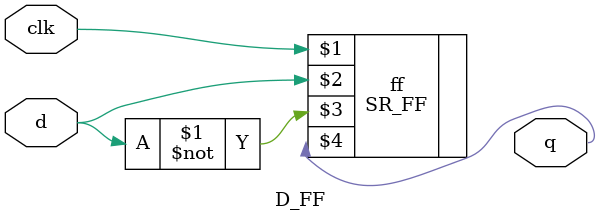
<source format=v>
`timescale 1ns / 1ps

// Author      : Venu Pabbuleti 
// ID          : N180116
//Branch       : ECE
//Project Name : RTL design using Verilog
//Design  Name : D FLIP FLOP USING SR FLIP FLOP --> SR TO D FF CONVERSION
//Module  Name : D_FF
//RGUKT NUZVID 
//////////////////////////////////////////////////////////////////////////////////


module D_FF(clk,d,q);
input clk,d;
output q;
SR_FF ff(clk,d,~d,q);
endmodule

</source>
